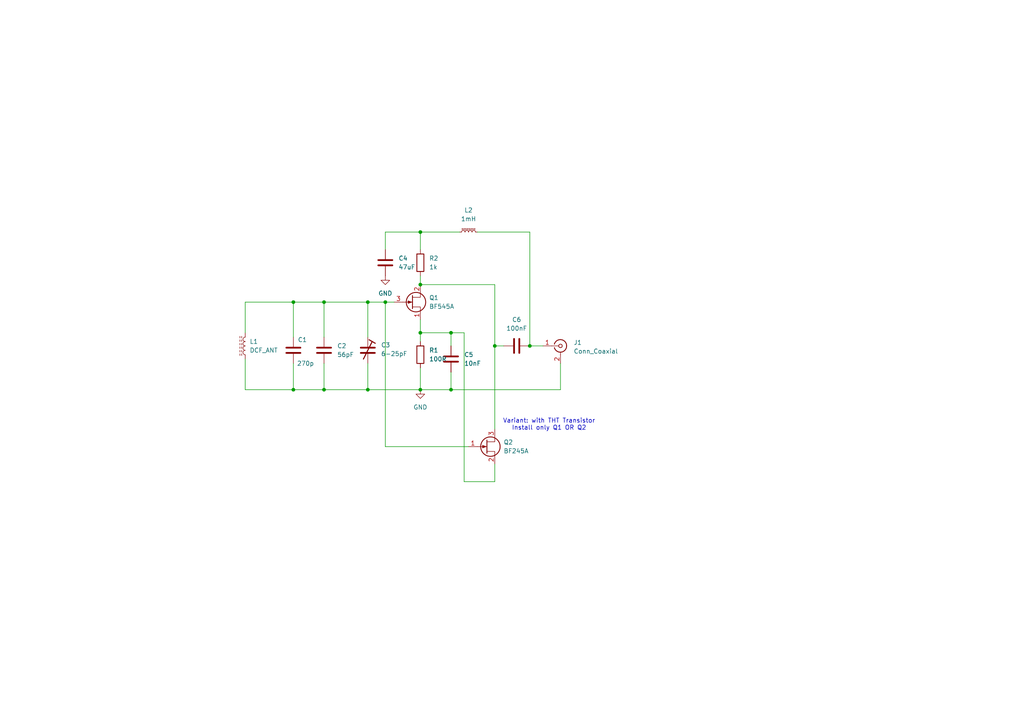
<source format=kicad_sch>
(kicad_sch (version 20231120) (generator "eeschema") (generator_version "8.0")
  (paper "A4")
  (lib_symbols
    (symbol "Connector:Conn_Coaxial" (pin_names (offset 1.016) hide)
      (property "Reference" "J" (at 0.254 3.048 0))
      (property "Value" "Conn_Coaxial" (at 2.921 0 90))
      (symbol "Conn_Coaxial_0_1"
        (arc (start -1.778 -0.508) (mid 0.2311 -1.8066) (end 1.778 0) (stroke (width 0.254)))
        (polyline (pts (xy -2.54 0) (xy -0.508 0)))
        (polyline (pts (xy 0 -2.54) (xy 0 -1.778)))
        (circle (center 0 0) (radius 0.508) (stroke (width 0.2032)))
        (arc (start 1.778 0) (mid 0.2099 1.8101) (end -1.778 0.508) (stroke (width 0.254)))
      )
      (symbol "Conn_Coaxial_1_1"
        (pin passive line (at -5.08 0 0) (length 2.54) (name "In") (number "1"))
        (pin passive line (at 0 -5.08 90) (length 2.54) (name "Ext") (number "2"))
      )
    )
    (symbol "Device:C" (pin_numbers hide) (pin_names (offset 0.254))
      (property "Reference" "C" (at 0.635 2.54 0))
      (property "Value" "C" (at 0.635 -2.54 0))
      (symbol "C_0_1"
        (polyline (pts (xy -2.032 -0.762) (xy 2.032 -0.762)) (stroke (width 0.508)))
        (polyline (pts (xy -2.032 0.762) (xy 2.032 0.762)) (stroke (width 0.508)))
      )
      (symbol "C_1_1"
        (pin passive line (at 0 3.81 270) (length 2.794) (name "~") (number "1"))
        (pin passive line (at 0 -3.81 90) (length 2.794) (name "~") (number "2"))
      )
    )
    (symbol "Device:C_Trim" (pin_numbers hide) (pin_names (offset 0.254) hide)
      (property "Reference" "C" (at 1.524 -2.032 0))
      (property "Value" "C_Trim" (at 3.048 -3.556 0))
      (symbol "C_Trim_0_1"
        (polyline (pts (xy -2.032 -0.762) (xy 2.032 -0.762)) (stroke (width 0.508)))
        (polyline (pts (xy -2.032 0.762) (xy 2.032 0.762)) (stroke (width 0.508)))
        (polyline (pts (xy 1.27 2.54) (xy -1.27 -2.54)) (stroke (width 0.3048)))
        (polyline (pts (xy 1.27 2.54) (xy 0.381 3.048)) (stroke (width 0.3048)))
        (polyline (pts (xy 1.27 2.54) (xy 2.159 2.032)) (stroke (width 0.3048)))
      )
      (symbol "C_Trim_1_1"
        (pin passive line (at 0 3.81 270) (length 3.048) (name "~") (number "1"))
        (pin passive line (at 0 -3.81 90) (length 3.048) (name "~") (number "2"))
      )
    )
    (symbol "Device:L_Ferrite" (pin_numbers hide) (pin_names (offset 1.016) hide)
      (property "Reference" "L" (at -1.27 0 90))
      (property "Value" "L_Ferrite" (at 2.794 0 90))
      (symbol "L_Ferrite_0_1"
        (arc (start 0 -2.54) (mid 0.6323 -1.905) (end 0 -1.27))
        (arc (start 0 -1.27) (mid 0.6323 -0.635) (end 0 0))
        (polyline (pts (xy 1.016 -2.794) (xy 1.016 -2.286)))
        (polyline (pts (xy 1.016 -1.778) (xy 1.016 -1.27)))
        (polyline (pts (xy 1.016 -0.762) (xy 1.016 -0.254)))
        (polyline (pts (xy 1.016 0.254) (xy 1.016 0.762)))
        (polyline (pts (xy 1.016 1.27) (xy 1.016 1.778)))
        (polyline (pts (xy 1.016 2.286) (xy 1.016 2.794)))
        (polyline (pts (xy 1.524 -2.286) (xy 1.524 -2.794)))
        (polyline (pts (xy 1.524 -1.27) (xy 1.524 -1.778)))
        (polyline (pts (xy 1.524 -0.254) (xy 1.524 -0.762)))
        (polyline (pts (xy 1.524 0.762) (xy 1.524 0.254)))
        (polyline (pts (xy 1.524 1.778) (xy 1.524 1.27)))
        (polyline (pts (xy 1.524 2.794) (xy 1.524 2.286)))
        (arc (start 0 0) (mid 0.6323 0.635) (end 0 1.27))
        (arc (start 0 1.27) (mid 0.6323 1.905) (end 0 2.54))
      )
      (symbol "L_Ferrite_1_1"
        (pin passive line (at 0 3.81 270) (length 1.27) (name "1") (number "1"))
        (pin passive line (at 0 -3.81 90) (length 1.27) (name "2") (number "2"))
      )
    )
    (symbol "Device:L_Ferrite_Small" (pin_numbers hide) (pin_names (offset 0.254) hide)
      (property "Reference" "L" (at 1.27 1.016 0))
      (property "Value" "L_Ferrite_Small" (at 1.27 -1.27 0))
      (symbol "L_Ferrite_Small_0_1"
        (arc (start 0 -2.032) (mid 0.5058 -1.524) (end 0 -1.016))
        (arc (start 0 -1.016) (mid 0.5058 -0.508) (end 0 0))
        (polyline (pts (xy 0.762 -1.905) (xy 0.762 -1.651)))
        (polyline (pts (xy 0.762 -1.397) (xy 0.762 -1.143)))
        (polyline (pts (xy 0.762 -0.889) (xy 0.762 -0.635)))
        (polyline (pts (xy 0.762 -0.381) (xy 0.762 -0.127)))
        (polyline (pts (xy 0.762 0.127) (xy 0.762 0.381)))
        (polyline (pts (xy 0.762 0.635) (xy 0.762 0.889)))
        (polyline (pts (xy 0.762 1.143) (xy 0.762 1.397)))
        (polyline (pts (xy 0.762 1.651) (xy 0.762 1.905)))
        (polyline (pts (xy 1.016 -1.651) (xy 1.016 -1.905)))
        (polyline (pts (xy 1.016 -1.143) (xy 1.016 -1.397)))
        (polyline (pts (xy 1.016 -0.635) (xy 1.016 -0.889)))
        (polyline (pts (xy 1.016 -0.127) (xy 1.016 -0.381)))
        (polyline (pts (xy 1.016 0.381) (xy 1.016 0.127)))
        (polyline (pts (xy 1.016 0.889) (xy 1.016 0.635)))
        (polyline (pts (xy 1.016 1.397) (xy 1.016 1.143)))
        (polyline (pts (xy 1.016 1.905) (xy 1.016 1.651)))
        (arc (start 0 0) (mid 0.5058 0.508) (end 0 1.016))
        (arc (start 0 1.016) (mid 0.5058 1.524) (end 0 2.032))
      )
      (symbol "L_Ferrite_Small_1_1"
        (pin passive line (at 0 2.54 270) (length 0.508) (name "~") (number "1"))
        (pin passive line (at 0 -2.54 90) (length 0.508) (name "~") (number "2"))
      )
    )
    (symbol "Device:R" (pin_numbers hide) (pin_names (offset 0))
      (property "Reference" "R" (at 2.032 0 90))
      (property "Value" "R" (at 0 0 90))
      (symbol "R_0_1"
        (rectangle (start -1.016 -2.54) (end 1.016 2.54) (stroke (width 0.254)))
      )
      (symbol "R_1_1"
        (pin passive line (at 0 3.81 270) (length 1.27) (name "~") (number "1"))
        (pin passive line (at 0 -3.81 90) (length 1.27) (name "~") (number "2"))
      )
    )
    (symbol "Transistor_FET:BF245A" (pin_names hide)
      (property "Reference" "Q" (at 5.08 1.905 0))
      (property "Value" "BF245A" (at 5.08 0 0))
      (symbol "BF245A_0_1"
        (polyline (pts (xy 0.254 0) (xy -2.54 0)))
        (polyline (pts (xy 0.254 1.905) (xy 0.254 -1.905)) (stroke (width 0.254)))
        (polyline (pts (xy 2.54 -2.54) (xy 2.54 -1.397) (xy 0.254 -1.397)))
        (polyline (pts (xy 2.54 2.54) (xy 2.54 1.397) (xy 0.254 1.397)))
        (polyline (pts (xy 0 0) (xy -1.016 0.381) (xy -1.016 -0.381) (xy 0 0)) (fill (type outline)))
        (circle (center 1.27 0) (radius 2.8194) (stroke (width 0.254)))
      )
      (symbol "BF245A_1_1"
        (pin input line (at -5.08 0 0) (length 2.54) (name "G") (number "1"))
        (pin passive line (at 2.54 -5.08 90) (length 2.54) (name "S") (number "2"))
        (pin passive line (at 2.54 5.08 270) (length 2.54) (name "D") (number "3"))
      )
    )
    (symbol "Transistor_FET:BF545A" (pin_names hide)
      (property "Reference" "Q" (at 5.08 1.905 0))
      (property "Value" "BF545A" (at 5.08 0 0))
      (symbol "BF545A_0_1"
        (polyline (pts (xy 0.254 0) (xy -2.54 0)))
        (polyline (pts (xy 0.254 1.905) (xy 0.254 -1.905)) (stroke (width 0.254)))
        (polyline (pts (xy 2.54 -2.54) (xy 2.54 -1.397) (xy 0.254 -1.397)))
        (polyline (pts (xy 2.54 2.54) (xy 2.54 1.397) (xy 0.254 1.397)))
        (polyline (pts (xy 0 0) (xy -1.016 0.381) (xy -1.016 -0.381) (xy 0 0)) (fill (type outline)))
        (circle (center 1.27 0) (radius 2.8194) (stroke (width 0.254)))
      )
      (symbol "BF545A_1_1"
        (pin passive line (at 2.54 -5.08 90) (length 2.54) (name "S") (number "1"))
        (pin passive line (at 2.54 5.08 270) (length 2.54) (name "D") (number "2"))
        (pin input line (at -5.08 0 0) (length 2.54) (name "G") (number "3"))
      )
    )
    (symbol "power:GND" (power) (pin_numbers hide) (pin_names (offset 0) hide)
      (property "Value" "GND" (at 0 -3.81 0))
      (symbol "GND_0_1"
        (polyline (pts (xy 0 0) (xy 0 -1.27) (xy 1.27 -1.27) (xy 0 -2.54) (xy -1.27 -1.27) (xy 0 -1.27)))
      )
      (symbol "GND_1_1"
        (pin power_in line (at 0 0 270) (length 0) (name "~") (number "1"))
      )
    )
  )
  (junction (at 121.92 67.31))
  (junction (at 121.92 113.03))
  (junction (at 85.09 113.03))
  (junction (at 130.81 96.52))
  (junction (at 93.98 113.03))
  (junction (at 153.67 100.33))
  (junction (at 121.92 96.52))
  (junction (at 106.68 87.63))
  (junction (at 111.76 87.63))
  (junction (at 121.92 82.55))
  (junction (at 106.68 113.03))
  (junction (at 93.98 87.63))
  (junction (at 130.81 113.03))
  (junction (at 85.09 87.63))
  (junction (at 143.51 100.33))
  (wire (pts (xy 121.92 72.39) (xy 121.92 67.31)))
  (wire (pts (xy 121.92 92.71) (xy 121.92 96.52)))
  (wire (pts (xy 85.09 105.41) (xy 85.09 113.03)))
  (wire (pts (xy 93.98 113.03) (xy 106.68 113.03)))
  (wire (pts (xy 111.76 129.54) (xy 111.76 87.63)))
  (wire (pts (xy 143.51 124.46) (xy 143.51 100.33)))
  (wire (pts (xy 143.51 134.62) (xy 143.51 139.7)))
  (wire (pts (xy 130.81 107.95) (xy 130.81 113.03)))
  (wire (pts (xy 146.05 100.33) (xy 143.51 100.33)))
  (wire (pts (xy 121.92 67.31) (xy 133.35 67.31)))
  (wire (pts (xy 130.81 113.03) (xy 162.56 113.03)))
  (wire (pts (xy 93.98 87.63) (xy 106.68 87.63)))
  (wire (pts (xy 106.68 113.03) (xy 121.92 113.03)))
  (wire (pts (xy 111.76 67.31) (xy 121.92 67.31)))
  (wire (pts (xy 121.92 113.03) (xy 130.81 113.03)))
  (wire (pts (xy 121.92 82.55) (xy 143.51 82.55)))
  (wire (pts (xy 130.81 100.33) (xy 130.81 96.52)))
  (wire (pts (xy 85.09 87.63) (xy 85.09 97.79)))
  (wire (pts (xy 85.09 113.03) (xy 93.98 113.03)))
  (wire (pts (xy 143.51 139.7) (xy 134.62 139.7)))
  (wire (pts (xy 121.92 80.01) (xy 121.92 82.55)))
  (wire (pts (xy 111.76 87.63) (xy 114.3 87.63)))
  (wire (pts (xy 130.81 96.52) (xy 121.92 96.52)))
  (wire (pts (xy 134.62 139.7) (xy 134.62 96.52)))
  (wire (pts (xy 71.12 104.14) (xy 71.12 113.03)))
  (wire (pts (xy 135.89 129.54) (xy 111.76 129.54)))
  (wire (pts (xy 71.12 113.03) (xy 85.09 113.03)))
  (wire (pts (xy 71.12 96.52) (xy 71.12 87.63)))
  (wire (pts (xy 106.68 87.63) (xy 106.68 97.79)))
  (wire (pts (xy 153.67 67.31) (xy 153.67 100.33)))
  (wire (pts (xy 85.09 87.63) (xy 93.98 87.63)))
  (wire (pts (xy 121.92 106.68) (xy 121.92 113.03)))
  (wire (pts (xy 106.68 87.63) (xy 111.76 87.63)))
  (wire (pts (xy 93.98 87.63) (xy 93.98 97.79)))
  (wire (pts (xy 106.68 105.41) (xy 106.68 113.03)))
  (wire (pts (xy 138.43 67.31) (xy 153.67 67.31)))
  (wire (pts (xy 153.67 100.33) (xy 157.48 100.33)))
  (wire (pts (xy 121.92 96.52) (xy 121.92 99.06)))
  (wire (pts (xy 71.12 87.63) (xy 85.09 87.63)))
  (wire (pts (xy 143.51 100.33) (xy 143.51 82.55)))
  (wire (pts (xy 111.76 72.39) (xy 111.76 67.31)))
  (wire (pts (xy 134.62 96.52) (xy 130.81 96.52)))
  (wire (pts (xy 162.56 105.41) (xy 162.56 113.03)))
  (wire (pts (xy 93.98 105.41) (xy 93.98 113.03)))
  (text "Variant: with THT Transistor\nInstall only Q1 OR Q2" (at 159.258 123.19 0) (effects (font (size 1.27 1.27))))
  (symbol (lib_id "Device:L_Ferrite") (at 71.12 100.33 0) (mirror y) (unit 1)
    (property "Reference" "L1" (at 72.39 99.0599 0) (effects (justify right)))
    (property "Value" "DCF_ANT" (at 72.39 101.5999 0) (effects (justify right)))
    (property "Footprint" "Connector_PinHeader_2.54mm:PinHeader_1x02_P2.54mm_Vertical" (effects (hide yes)))
    (property "Description" "Inductor with ferrite core" (effects (hide yes)))
  )
  (symbol (lib_id "Device:C") (at 93.98 101.6 0) (unit 1)
    (property "Reference" "C2" (at 97.79 100.3299 0) (effects (justify left)))
    (property "Value" "56pF" (at 97.79 102.8699 0) (effects (justify left)))
    (property "Footprint" "Capacitor_SMD:C_0603_1608Metric_Pad1.08x0.95mm_HandSolder" (effects (hide yes)))
    (property "Description" "Unpolarized capacitor" (effects (hide yes)))
  )
  (symbol (lib_id "Connector:Conn_Coaxial") (at 162.56 100.33 0) (unit 1)
    (property "Reference" "J1" (at 166.37 99.3531 0) (effects (justify left)))
    (property "Value" "Conn_Coaxial" (at 166.37 101.8931 0) (effects (justify left)))
    (property "Footprint" "Connector_Coaxial:BNC_Horizontal" (effects (hide yes)))
    (property "Datasheet" " ~" (effects (hide yes)))
    (property "Description" "coaxial connector (BNC, SMA, SMB, SMC, Cinch/RCA, LEMO, ...)" (effects (hide yes)))
  )
  (symbol (lib_id "power:GND") (at 111.76 80.01 0) (unit 1)
    (property "Reference" "#PWR02" (effects (hide yes)))
    (property "Value" "GND" (at 111.76 85.09 0))
    (property "Description" "Power symbol creates a global label with name \"GND\" , ground" (effects (hide yes)))
  )
  (symbol (lib_id "Transistor_FET:BF245A") (at 140.97 129.54 0) (unit 1)
    (property "Reference" "Q2" (at 146.05 128.2699 0) (effects (justify left)))
    (property "Value" "BF245A" (at 146.05 130.8099 0) (effects (justify left)))
    (property "Footprint" "Package_TO_SOT_THT:TO-92_Inline" (effects (hide yes)))
    (property "Datasheet" "https://www.onsemi.com/pub/Collateral/BF245A-D.PDF" (effects (hide yes)))
    (property "Description" "50mA Id, 30V Vgs, N-Channel FET Transistor, TO-92" (effects (hide yes)))
  )
  (symbol (lib_id "Device:C") (at 149.86 100.33 90) (unit 1)
    (property "Reference" "C6" (at 149.86 92.71 90))
    (property "Value" "100nF" (at 149.86 95.25 90))
    (property "Footprint" "Capacitor_SMD:C_0603_1608Metric_Pad1.08x0.95mm_HandSolder" (effects (hide yes)))
    (property "Description" "Unpolarized capacitor" (effects (hide yes)))
  )
  (symbol (lib_id "Device:C") (at 85.09 101.6 0) (unit 1)
    (property "Reference" "C1" (at 86.36 98.552 0) (effects (justify left)))
    (property "Value" "270p" (at 86.106 105.41 0) (effects (justify left)))
    (property "Footprint" "Capacitor_SMD:C_0603_1608Metric_Pad1.08x0.95mm_HandSolder" (effects (hide yes)))
    (property "Description" "Unpolarized capacitor" (effects (hide yes)))
  )
  (symbol (lib_id "power:GND") (at 121.92 113.03 0) (unit 1)
    (property "Reference" "#PWR01" (effects (hide yes)))
    (property "Value" "GND" (at 121.92 118.11 0))
    (property "Description" "Power symbol creates a global label with name \"GND\" , ground" (effects (hide yes)))
  )
  (symbol (lib_id "Device:R") (at 121.92 102.87 0) (unit 1)
    (property "Reference" "R1" (at 124.46 101.5999 0) (effects (justify left)))
    (property "Value" "100R" (at 124.46 104.1399 0) (effects (justify left)))
    (property "Footprint" "Resistor_SMD:R_0603_1608Metric_Pad0.98x0.95mm_HandSolder" (effects (hide yes)))
    (property "Description" "Resistor" (effects (hide yes)))
  )
  (symbol (lib_id "Device:C") (at 130.81 104.14 0) (unit 1)
    (property "Reference" "C5" (at 134.62 102.8699 0) (effects (justify left)))
    (property "Value" "10nF" (at 134.62 105.4099 0) (effects (justify left)))
    (property "Footprint" "Capacitor_SMD:C_0603_1608Metric_Pad1.08x0.95mm_HandSolder" (effects (hide yes)))
    (property "Description" "Unpolarized capacitor" (effects (hide yes)))
  )
  (symbol (lib_id "Device:C_Trim") (at 106.68 101.6 0) (unit 1)
    (property "Reference" "C3" (at 110.49 100.0759 0) (effects (justify left)))
    (property "Value" "6-25pF" (at 110.49 102.6159 0) (effects (justify left)))
    (property "Footprint" "Capacitor_SMD:C_Trimmer_Murata_TZB4-B" (effects (hide yes)))
    (property "Description" "Trimmable capacitor" (effects (hide yes)))
  )
  (symbol (lib_id "Device:L_Ferrite_Small") (at 135.89 67.31 90) (unit 1)
    (property "Reference" "L2" (at 135.89 60.96 90))
    (property "Value" "1mH" (at 135.89 63.5 90))
    (property "Footprint" "Inductor_THT:L_Axial_L12.0mm_D5.0mm_P15.24mm_Horizontal_Fastron_MISC" (effects (hide yes)))
    (property "Description" "Inductor with ferrite core, small symbol" (effects (hide yes)))
  )
  (symbol (lib_id "Device:C") (at 111.76 76.2 0) (unit 1)
    (property "Reference" "C4" (at 115.57 74.9299 0) (effects (justify left)))
    (property "Value" "47uF" (at 115.57 77.4699 0) (effects (justify left)))
    (property "Footprint" "Capacitor_SMD:C_0603_1608Metric_Pad1.08x0.95mm_HandSolder" (effects (hide yes)))
    (property "Description" "Unpolarized capacitor" (effects (hide yes)))
  )
  (symbol (lib_id "Transistor_FET:BF545A") (at 119.38 87.63 0) (unit 1)
    (property "Reference" "Q1" (at 124.46 86.3599 0) (effects (justify left)))
    (property "Value" "BF545A" (at 124.46 88.8999 0) (effects (justify left)))
    (property "Footprint" "Package_TO_SOT_SMD:SOT-23" (effects (hide yes)))
    (property "Datasheet" "https://www.nxp.com/docs/en/data-sheet/BF545A_BF545B_BF545C.pdf" (effects (hide yes)))
    (property "Description" "5mA Idss, 30V Vgs, N-Channel JFET, SOT-23" (effects (hide yes)))
  )
  (symbol (lib_id "Device:R") (at 121.92 76.2 0) (unit 1)
    (property "Reference" "R2" (at 124.46 74.9299 0) (effects (justify left)))
    (property "Value" "1k" (at 124.46 77.4699 0) (effects (justify left)))
    (property "Footprint" "Resistor_SMD:R_0603_1608Metric_Pad0.98x0.95mm_HandSolder" (effects (hide yes)))
    (property "Description" "Resistor" (effects (hide yes)))
  )
)
</source>
